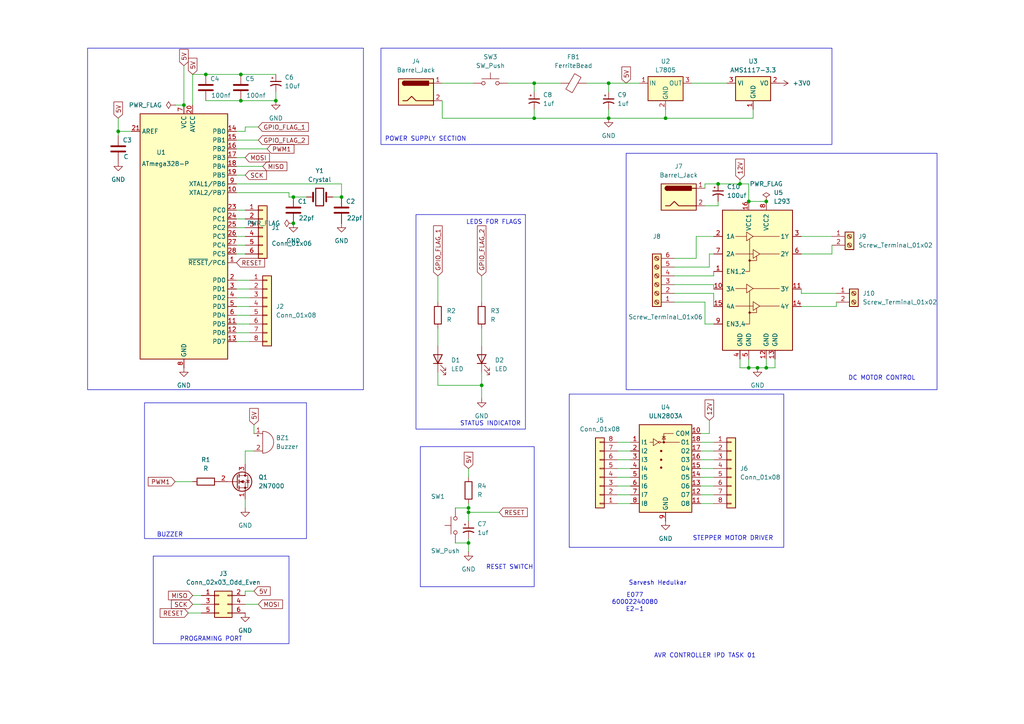
<source format=kicad_sch>
(kicad_sch (version 20250114) (generator "eeschema") (generator_version "9.0")
  (paper "A4")
  (lib_symbols
    (symbol "Connector:Barrel_Jack" (pin_names (offset 1.016))
      (property "Reference" "J" (at 0 5.334 0))
      (property "Value" "Barrel_Jack" (at 0 -5.08 0))
      (symbol "Barrel_Jack_1_1"
        (pin passive line (at 7.62 2.54 180) (length 2.54) (name "~") (number "1"))
        (pin passive line (at 7.62 -2.54 180) (length 2.54) (name "~") (number "2"))
      )
    )
    (symbol "Connector:Screw_Terminal_01x02" (pin_names (offset 1.016) (hide yes))
      (property "Reference" "J" (at 0 2.54 0))
      (property "Value" "Screw_Terminal_01x02" (at 0 -5.08 0))
      (symbol "Screw_Terminal_01x02_1_1"
        (pin passive line (at -5.08 0 0) (length 3.81) (name "Pin_1") (number "1"))
        (pin passive line (at -5.08 -2.54 0) (length 3.81) (name "Pin_2") (number "2"))
      )
    )
    (symbol "Connector:Screw_Terminal_01x06" (pin_names (offset 1.016) (hide yes))
      (property "Reference" "J" (at 0 7.62 0))
      (property "Value" "Screw_Terminal_01x06" (at 0 -10.16 0))
      (symbol "Screw_Terminal_01x06_1_1"
        (pin passive line (at -5.08 5.08 0) (length 3.81) (name "Pin_1") (number "1"))
        (pin passive line (at -5.08 2.54 0) (length 3.81) (name "Pin_2") (number "2"))
        (pin passive line (at -5.08 0 0) (length 3.81) (name "Pin_3") (number "3"))
        (pin passive line (at -5.08 -2.54 0) (length 3.81) (name "Pin_4") (number "4"))
        (pin passive line (at -5.08 -5.08 0) (length 3.81) (name "Pin_5") (number "5"))
        (pin passive line (at -5.08 -7.62 0) (length 3.81) (name "Pin_6") (number "6"))
      )
    )
    (symbol "Connector_Generic:Conn_01x06" (pin_names (offset 1.016) (hide yes))
      (property "Reference" "J" (at 0 7.62 0))
      (property "Value" "Conn_01x06" (at 0 -10.16 0))
      (symbol "Conn_01x06_1_1"
        (pin passive line (at -5.08 5.08 0) (length 3.81) (name "Pin_1") (number "1"))
        (pin passive line (at -5.08 2.54 0) (length 3.81) (name "Pin_2") (number "2"))
        (pin passive line (at -5.08 0 0) (length 3.81) (name "Pin_3") (number "3"))
        (pin passive line (at -5.08 -2.54 0) (length 3.81) (name "Pin_4") (number "4"))
        (pin passive line (at -5.08 -5.08 0) (length 3.81) (name "Pin_5") (number "5"))
        (pin passive line (at -5.08 -7.62 0) (length 3.81) (name "Pin_6") (number "6"))
      )
    )
    (symbol "Connector_Generic:Conn_01x08" (pin_names (offset 1.016) (hide yes))
      (property "Reference" "J" (at 0 10.16 0))
      (property "Value" "Conn_01x08" (at 0 -12.7 0))
      (symbol "Conn_01x08_1_1"
        (pin passive line (at -5.08 7.62 0) (length 3.81) (name "Pin_1") (number "1"))
        (pin passive line (at -5.08 5.08 0) (length 3.81) (name "Pin_2") (number "2"))
        (pin passive line (at -5.08 2.54 0) (length 3.81) (name "Pin_3") (number "3"))
        (pin passive line (at -5.08 0 0) (length 3.81) (name "Pin_4") (number "4"))
        (pin passive line (at -5.08 -2.54 0) (length 3.81) (name "Pin_5") (number "5"))
        (pin passive line (at -5.08 -5.08 0) (length 3.81) (name "Pin_6") (number "6"))
        (pin passive line (at -5.08 -7.62 0) (length 3.81) (name "Pin_7") (number "7"))
        (pin passive line (at -5.08 -10.16 0) (length 3.81) (name "Pin_8") (number "8"))
      )
    )
    (symbol "Connector_Generic:Conn_02x03_Odd_Even" (pin_names (offset 1.016) (hide yes))
      (property "Reference" "J" (at 1.27 5.08 0))
      (property "Value" "Conn_02x03_Odd_Even" (at 1.27 -5.08 0))
      (symbol "Conn_02x03_Odd_Even_1_1"
        (pin passive line (at -5.08 2.54 0) (length 3.81) (name "Pin_1") (number "1"))
        (pin passive line (at -5.08 0 0) (length 3.81) (name "Pin_3") (number "3"))
        (pin passive line (at -5.08 -2.54 0) (length 3.81) (name "Pin_5") (number "5"))
        (pin passive line (at 7.62 2.54 180) (length 3.81) (name "Pin_2") (number "2"))
        (pin passive line (at 7.62 0 180) (length 3.81) (name "Pin_4") (number "4"))
        (pin passive line (at 7.62 -2.54 180) (length 3.81) (name "Pin_6") (number "6"))
      )
    )
    (symbol "Device:Buzzer" (pin_names (offset 0.0254) (hide yes))
      (property "Reference" "BZ" (at 3.81 1.27 0))
      (property "Value" "Buzzer" (at 3.81 -1.27 0))
      (symbol "Buzzer_1_1"
        (pin passive line (at -2.54 2.54 0) (length 2.54) (name "+") (number "1"))
        (pin passive line (at -2.54 -2.54 0) (length 2.54) (name "-") (number "2"))
      )
    )
    (symbol "Device:C" (pin_numbers (hide yes)) (pin_names (offset 0.254))
      (property "Reference" "C" (at 0.635 2.54 0))
      (property "Value" "C" (at 0.635 -2.54 0))
      (symbol "C_1_1"
        (pin passive line (at 0 3.81 270) (length 2.794) (name "~") (number "1"))
        (pin passive line (at 0 -3.81 90) (length 2.794) (name "~") (number "2"))
      )
    )
    (symbol "Device:C_Polarized_Small_US" (pin_numbers (hide yes)) (pin_names (offset 0.254) (hide yes))
      (property "Reference" "C" (at 0.254 1.778 0))
      (property "Value" "C_Polarized_Small_US" (at 0.254 -2.032 0))
      (symbol "C_Polarized_Small_US_1_1"
        (pin passive line (at 0 2.54 270) (length 2.032) (name "~") (number "1"))
        (pin passive line (at 0 -2.54 90) (length 2.032) (name "~") (number "2"))
      )
    )
    (symbol "Device:Crystal" (pin_numbers (hide yes)) (pin_names (offset 1.016) (hide yes))
      (property "Reference" "Y" (at 0 3.81 0))
      (property "Value" "Crystal" (at 0 -3.81 0))
      (symbol "Crystal_1_1"
        (pin passive line (at -3.81 0 0) (length 1.27) (name "1") (number "1"))
        (pin passive line (at 3.81 0 180) (length 1.27) (name "2") (number "2"))
      )
    )
    (symbol "Device:FerriteBead" (pin_numbers (hide yes)) (pin_names (offset 0))
      (property "Reference" "FB" (at -3.81 0.635 90))
      (property "Value" "FerriteBead" (at 3.81 0 90))
      (symbol "FerriteBead_1_1"
        (pin passive line (at 0 3.81 270) (length 2.54) (name "~") (number "1"))
        (pin passive line (at 0 -3.81 90) (length 2.54) (name "~") (number "2"))
      )
    )
    (symbol "Device:LED" (pin_numbers (hide yes)) (pin_names (offset 1.016) (hide yes))
      (property "Reference" "D" (at 0 2.54 0))
      (property "Value" "LED" (at 0 -2.54 0))
      (symbol "LED_1_1"
        (pin passive line (at -3.81 0 0) (length 2.54) (name "K") (number "1"))
        (pin passive line (at 3.81 0 180) (length 2.54) (name "A") (number "2"))
      )
    )
    (symbol "Device:R" (pin_numbers (hide yes)) (pin_names (offset 0))
      (property "Reference" "R" (at 2.032 0 90))
      (property "Value" "R" (at 0 0 90))
      (symbol "R_1_1"
        (pin passive line (at 0 3.81 270) (length 1.27) (name "~") (number "1"))
        (pin passive line (at 0 -3.81 90) (length 1.27) (name "~") (number "2"))
      )
    )
    (symbol "Driver_Motor:L293" (pin_names (offset 1.016))
      (property "Reference" "U" (at -5.08 26.035 0))
      (property "Value" "L293" (at -5.08 24.13 0))
      (symbol "L293_1_1"
        (pin input line (at -12.7 15.24 0) (length 2.54) (name "1A") (number "2"))
        (pin input line (at -12.7 10.16 0) (length 2.54) (name "2A") (number "7"))
        (pin input line (at -12.7 5.08 0) (length 2.54) (name "EN1,2") (number "1"))
        (pin input line (at -12.7 0 0) (length 2.54) (name "3A") (number "10"))
        (pin input line (at -12.7 -5.08 0) (length 2.54) (name "4A") (number "15"))
        (pin input line (at -12.7 -10.16 0) (length 2.54) (name "EN3,4") (number "9"))
        (pin power_in line (at -5.08 -20.32 90) (length 2.54) (name "GND") (number "4"))
        (pin power_in line (at -2.54 25.4 270) (length 2.54) (name "VCC1") (number "16"))
        (pin power_in line (at -2.54 -20.32 90) (length 2.54) (name "GND") (number "5"))
        (pin power_in line (at 2.54 25.4 270) (length 2.54) (name "VCC2") (number "8"))
        (pin power_in line (at 2.54 -20.32 90) (length 2.54) (name "GND") (number "12"))
        (pin power_in line (at 5.08 -20.32 90) (length 2.54) (name "GND") (number "13"))
        (pin output line (at 12.7 15.24 180) (length 2.54) (name "1Y") (number "3"))
        (pin output line (at 12.7 10.16 180) (length 2.54) (name "2Y") (number "6"))
        (pin output line (at 12.7 0 180) (length 2.54) (name "3Y") (number "11"))
        (pin output line (at 12.7 -5.08 180) (length 2.54) (name "4Y") (number "14"))
      )
    )
    (symbol "MCU_Microchip_ATmega:ATmega328-P"
      (property "Reference" "U" (at -12.7 36.83 0))
      (property "Value" "ATmega328-P" (at 2.54 -36.83 0))
      (symbol "ATmega328-P_1_1"
        (pin passive line (at -15.24 30.48 0) (length 2.54) (name "AREF") (number "21"))
        (pin power_in line (at 0 38.1 270) (length 2.54) (name "VCC") (number "7"))
        (pin passive line (at 0 -38.1 90) (length 2.54) (hide yes) (name "GND") (number "22"))
        (pin power_in line (at 0 -38.1 90) (length 2.54) (name "GND") (number "8"))
        (pin power_in line (at 2.54 38.1 270) (length 2.54) (name "AVCC") (number "20"))
        (pin bidirectional line (at 15.24 30.48 180) (length 2.54) (name "PB0") (number "14"))
        (pin bidirectional line (at 15.24 27.94 180) (length 2.54) (name "PB1") (number "15"))
        (pin bidirectional line (at 15.24 25.4 180) (length 2.54) (name "PB2") (number "16"))
        (pin bidirectional line (at 15.24 22.86 180) (length 2.54) (name "PB3") (number "17"))
        (pin bidirectional line (at 15.24 20.32 180) (length 2.54) (name "PB4") (number "18"))
        (pin bidirectional line (at 15.24 17.78 180) (length 2.54) (name "PB5") (number "19"))
        (pin bidirectional line (at 15.24 15.24 180) (length 2.54) (name "XTAL1/PB6") (number "9"))
        (pin bidirectional line (at 15.24 12.7 180) (length 2.54) (name "XTAL2/PB7") (number "10"))
        (pin bidirectional line (at 15.24 7.62 180) (length 2.54) (name "PC0") (number "23"))
        (pin bidirectional line (at 15.24 5.08 180) (length 2.54) (name "PC1") (number "24"))
        (pin bidirectional line (at 15.24 2.54 180) (length 2.54) (name "PC2") (number "25"))
        (pin bidirectional line (at 15.24 0 180) (length 2.54) (name "PC3") (number "26"))
        (pin bidirectional line (at 15.24 -2.54 180) (length 2.54) (name "PC4") (number "27"))
        (pin bidirectional line (at 15.24 -5.08 180) (length 2.54) (name "PC5") (number "28"))
        (pin bidirectional line (at 15.24 -7.62 180) (length 2.54) (name "~{RESET}/PC6") (number "1"))
        (pin bidirectional line (at 15.24 -12.7 180) (length 2.54) (name "PD0") (number "2"))
        (pin bidirectional line (at 15.24 -15.24 180) (length 2.54) (name "PD1") (number "3"))
        (pin bidirectional line (at 15.24 -17.78 180) (length 2.54) (name "PD2") (number "4"))
        (pin bidirectional line (at 15.24 -20.32 180) (length 2.54) (name "PD3") (number "5"))
        (pin bidirectional line (at 15.24 -22.86 180) (length 2.54) (name "PD4") (number "6"))
        (pin bidirectional line (at 15.24 -25.4 180) (length 2.54) (name "PD5") (number "11"))
        (pin bidirectional line (at 15.24 -27.94 180) (length 2.54) (name "PD6") (number "12"))
        (pin bidirectional line (at 15.24 -30.48 180) (length 2.54) (name "PD7") (number "13"))
      )
    )
    (symbol "Regulator_Linear:AMS1117-3.3"
      (property "Reference" "U" (at -3.81 3.175 0))
      (property "Value" "AMS1117-3.3" (at 0 3.175 0))
      (symbol "AMS1117-3.3_1_1"
        (pin power_in line (at -7.62 0 0) (length 2.54) (name "VI") (number "3"))
        (pin power_in line (at 0 -7.62 90) (length 2.54) (name "GND") (number "1"))
        (pin power_out line (at 7.62 0 180) (length 2.54) (name "VO") (number "2"))
      )
    )
    (symbol "Regulator_Linear:L7805" (pin_names (offset 0.254))
      (property "Reference" "U" (at -3.81 3.175 0))
      (property "Value" "L7805" (at 0 3.175 0))
      (symbol "L7805_1_1"
        (pin power_in line (at -7.62 0 0) (length 2.54) (name "IN") (number "1"))
        (pin power_in line (at 0 -7.62 90) (length 2.54) (name "GND") (number "2"))
        (pin power_out line (at 7.62 0 180) (length 2.54) (name "OUT") (number "3"))
      )
    )
    (symbol "Switch:SW_Push" (pin_numbers (hide yes)) (pin_names (offset 1.016) (hide yes))
      (property "Reference" "SW" (at 1.27 2.54 0))
      (property "Value" "SW_Push" (at 0 -1.524 0))
      (symbol "SW_Push_0_1"
        (pin passive line (at -5.08 0 0) (length 2.54) (name "1") (number "1"))
        (pin passive line (at 5.08 0 180) (length 2.54) (name "2") (number "2"))
      )
    )
    (symbol "Transistor_Array:ULN2803A"
      (property "Reference" "U" (at 0 13.335 0))
      (property "Value" "ULN2803A" (at 0 11.43 0))
      (symbol "ULN2803A_1_1"
        (pin input line (at -10.16 5.08 0) (length 2.54) (name "I1") (number "1"))
        (pin input line (at -10.16 2.54 0) (length 2.54) (name "I2") (number "2"))
        (pin input line (at -10.16 0 0) (length 2.54) (name "I3") (number "3"))
        (pin input line (at -10.16 -2.54 0) (length 2.54) (name "I4") (number "4"))
        (pin input line (at -10.16 -5.08 0) (length 2.54) (name "I5") (number "5"))
        (pin input line (at -10.16 -7.62 0) (length 2.54) (name "I6") (number "6"))
        (pin input line (at -10.16 -10.16 0) (length 2.54) (name "I7") (number "7"))
        (pin input line (at -10.16 -12.7 0) (length 2.54) (name "I8") (number "8"))
        (pin power_in line (at 0 -17.78 90) (length 2.54) (name "GND") (number "9"))
        (pin passive line (at 10.16 7.62 180) (length 2.54) (name "COM") (number "10"))
        (pin open_collector line (at 10.16 5.08 180) (length 2.54) (name "O1") (number "18"))
        (pin open_collector line (at 10.16 2.54 180) (length 2.54) (name "O2") (number "17"))
        (pin open_collector line (at 10.16 0 180) (length 2.54) (name "O3") (number "16"))
        (pin open_collector line (at 10.16 -2.54 180) (length 2.54) (name "O4") (number "15"))
        (pin open_collector line (at 10.16 -5.08 180) (length 2.54) (name "O5") (number "14"))
        (pin open_collector line (at 10.16 -7.62 180) (length 2.54) (name "O6") (number "13"))
        (pin open_collector line (at 10.16 -10.16 180) (length 2.54) (name "O7") (number "12"))
        (pin open_collector line (at 10.16 -12.7 180) (length 2.54) (name "O8") (number "11"))
      )
    )
    (symbol "Transistor_FET:2N7000" (pin_names (hide yes))
      (property "Reference" "Q" (at 5.08 1.905 0))
      (property "Value" "2N7000" (at 5.08 0 0))
      (symbol "2N7000_1_1"
        (pin input line (at -5.08 0 0) (length 2.54) (name "G") (number "2"))
        (pin passive line (at 2.54 5.08 270) (length 2.54) (name "D") (number "3"))
        (pin passive line (at 2.54 -5.08 90) (length 2.54) (name "S") (number "1"))
      )
    )
    (symbol "power:+3V0" (power) (pin_numbers (hide yes)) (pin_names (offset 0) (hide yes))
      (property "Value" "+3V0" (at 0 3.556 0))
      (symbol "+3V0_1_1"
        (pin power_in line (at 0 0 90) (length 0) (name "~") (number "1"))
      )
    )
    (symbol "power:GND" (power) (pin_numbers (hide yes)) (pin_names (offset 0) (hide yes))
      (property "Value" "GND" (at 0 -3.81 0))
      (symbol "GND_1_1"
        (pin power_in line (at 0 0 270) (length 0) (name "~") (number "1"))
      )
    )
    (symbol "power:PWR_FLAG" (power) (pin_numbers (hide yes)) (pin_names (offset 0) (hide yes))
      (property "Value" "PWR_FLAG" (at 0 3.81 0))
      (symbol "PWR_FLAG_0_0"
        (pin power_out line (at 0 0 90) (length 0) (name "~") (number "1"))
      )
    )
  )
  (rectangle (start 121.92 129.54) (end 154.94 170.18))
  (rectangle (start 41.91 116.84) (end 88.9 156.21))
  (rectangle (start 165.1 114.3) (end 227.33 158.75))
  (rectangle (start 120.65 62.23) (end 152.4 124.46))
  (rectangle (start 25.4 13.97) (end 105.41 113.03))
  (rectangle (start 110.49 13.97) (end 241.3 41.91))
  (rectangle (start 44.45 161.29) (end 83.82 186.69))
  (rectangle (start 181.61 44.45) (end 271.78 113.03))
  (text "PROGRAMING PORT\n" (at 61.214 185.42 0) (effects (font (size 1.27 1.27))))
  (text "DC MOTOR CONTROL\n" (at 255.778 109.728 0) (effects (font (size 1.27 1.27))))
  (text "BUZZER\n" (at 49.276 155.194 0) (effects (font (size 1.27 1.27))))
  (text "AVR CONTROLLER IPD TASK 01\n" (at 204.47 190.246 0) (effects (font (size 1.27 1.27))))
  (text "RESET SWITCH\n" (at 147.828 164.592 0) (effects (font (size 1.27 1.27))))
  (text "STEPPER MOTOR DRIVER\n" (at 212.598 156.21 0) (effects (font (size 1.27 1.27))))
  (text "STATUS INDICATOR\n" (at 142.24 122.936 0) (effects (font (size 1.27 1.27))))
  (text "POWER SUPPLY SECTION\n" (at 123.444 40.386 0) (effects (font (size 1.27 1.27))))
  (text "LEDS FOR FLAGS\n" (at 143.256 64.516 0) (effects (font (size 1.27 1.27))))
  (text "Sarvesh Hedulkar" (at 190.754 169.164 0) (effects (font (size 1.27 1.27))))
  (text "E077\n60002240080\nE2-1" (at 184.15 174.752 0) (effects (font (size 1.27 1.27))))
  (junction (at 34.29 38.1))
  (junction (at 53.34 30.48))
  (junction (at 99.06 57.15))
  (junction (at 80.01 29.21))
  (junction (at 176.53 24.13))
  (junction (at 222.25 106.68))
  (junction (at 135.89 147.32))
  (junction (at 193.04 34.29))
  (junction (at 69.85 21.59))
  (junction (at 59.69 21.59))
  (junction (at 85.09 64.77))
  (junction (at 217.17 58.42))
  (junction (at 222.25 58.42))
  (junction (at 214.63 53.34))
  (junction (at 154.94 34.29))
  (junction (at 217.17 106.68))
  (junction (at 139.7 111.76))
  (junction (at 69.85 29.21))
  (junction (at 176.53 34.29))
  (junction (at 135.89 157.48))
  (junction (at 135.89 148.59))
  (junction (at 219.71 106.68))
  (junction (at 85.09 57.15))
  (junction (at 154.94 24.13))
  (junction (at 208.28 53.34))
  (wire (pts (xy 135.89 148.59) (xy 135.89 151.13)))
  (wire (pts (xy 71.12 50.8) (xy 68.58 50.8)))
  (wire (pts (xy 154.94 31.75) (xy 154.94 34.29)))
  (wire (pts (xy 207.01 138.43) (xy 203.2 138.43)))
  (wire (pts (xy 201.93 74.93) (xy 195.58 74.93)))
  (wire (pts (xy 69.85 21.59) (xy 80.01 21.59)))
  (wire (pts (xy 154.94 24.13) (xy 154.94 26.67)))
  (wire (pts (xy 83.82 55.88) (xy 68.58 55.88)))
  (wire (pts (xy 132.08 147.32) (xy 135.89 147.32)))
  (wire (pts (xy 218.44 34.29) (xy 218.44 31.75)))
  (wire (pts (xy 128.27 34.29) (xy 154.94 34.29)))
  (wire (pts (xy 179.07 135.89) (xy 182.88 135.89)))
  (wire (pts (xy 207.01 143.51) (xy 203.2 143.51)))
  (wire (pts (xy 72.39 86.36) (xy 68.58 86.36)))
  (wire (pts (xy 50.8 30.48) (xy 53.34 30.48)))
  (wire (pts (xy 54.61 177.8) (xy 58.42 177.8)))
  (wire (pts (xy 195.58 85.09) (xy 207.01 85.09)))
  (wire (pts (xy 135.89 156.21) (xy 135.89 157.48)))
  (wire (pts (xy 193.04 31.75) (xy 193.04 34.29)))
  (wire (pts (xy 139.7 107.95) (xy 139.7 111.76)))
  (wire (pts (xy 71.12 130.81) (xy 71.12 134.62)))
  (wire (pts (xy 55.88 21.59) (xy 59.69 21.59)))
  (wire (pts (xy 207.01 128.27) (xy 203.2 128.27)))
  (wire (pts (xy 232.41 85.09) (xy 232.41 83.82)))
  (wire (pts (xy 135.89 146.05) (xy 135.89 147.32)))
  (wire (pts (xy 241.3 73.66) (xy 241.3 71.12)))
  (wire (pts (xy 38.1 38.1) (xy 34.29 38.1)))
  (wire (pts (xy 74.93 36.83) (xy 71.12 36.83)))
  (wire (pts (xy 135.89 147.32) (xy 135.89 148.59)))
  (wire (pts (xy 73.66 171.45) (xy 71.12 171.45)))
  (wire (pts (xy 232.41 88.9) (xy 242.57 88.9)))
  (wire (pts (xy 55.88 172.72) (xy 58.42 172.72)))
  (wire (pts (xy 74.93 40.64) (xy 68.58 40.64)))
  (wire (pts (xy 53.34 19.05) (xy 53.34 30.48)))
  (wire (pts (xy 179.07 143.51) (xy 182.88 143.51)))
  (wire (pts (xy 34.29 34.29) (xy 34.29 38.1)))
  (wire (pts (xy 207.01 135.89) (xy 203.2 135.89)))
  (wire (pts (xy 99.06 53.34) (xy 68.58 53.34)))
  (wire (pts (xy 72.39 88.9) (xy 68.58 88.9)))
  (wire (pts (xy 96.52 57.15) (xy 99.06 57.15)))
  (wire (pts (xy 72.39 83.82) (xy 68.58 83.82)))
  (wire (pts (xy 71.12 68.58) (xy 68.58 68.58)))
  (wire (pts (xy 127 107.95) (xy 127 111.76)))
  (wire (pts (xy 135.89 135.89) (xy 135.89 138.43)))
  (wire (pts (xy 176.53 31.75) (xy 176.53 34.29)))
  (wire (pts (xy 127 95.25) (xy 127 100.33)))
  (wire (pts (xy 72.39 91.44) (xy 68.58 91.44)))
  (wire (pts (xy 207.01 133.35) (xy 203.2 133.35)))
  (wire (pts (xy 80.01 26.67) (xy 80.01 29.21)))
  (wire (pts (xy 128.27 24.13) (xy 137.16 24.13)))
  (wire (pts (xy 200.66 24.13) (xy 210.82 24.13)))
  (wire (pts (xy 217.17 104.14) (xy 217.17 106.68)))
  (wire (pts (xy 179.07 138.43) (xy 182.88 138.43)))
  (wire (pts (xy 68.58 48.26) (xy 76.2 48.26)))
  (wire (pts (xy 132.08 157.48) (xy 135.89 157.48)))
  (wire (pts (xy 217.17 106.68) (xy 219.71 106.68)))
  (wire (pts (xy 71.12 66.04) (xy 68.58 66.04)))
  (wire (pts (xy 176.53 34.29) (xy 193.04 34.29)))
  (wire (pts (xy 205.74 125.73) (xy 205.74 121.92)))
  (wire (pts (xy 73.66 123.19) (xy 73.66 125.73)))
  (wire (pts (xy 208.28 58.42) (xy 208.28 59.69)))
  (wire (pts (xy 176.53 24.13) (xy 185.42 24.13)))
  (wire (pts (xy 193.04 34.29) (xy 218.44 34.29)))
  (wire (pts (xy 217.17 58.42) (xy 222.25 58.42)))
  (wire (pts (xy 204.47 53.34) (xy 208.28 53.34)))
  (wire (pts (xy 71.12 130.81) (xy 73.66 130.81)))
  (wire (pts (xy 55.88 175.26) (xy 58.42 175.26)))
  (wire (pts (xy 195.58 77.47) (xy 205.74 77.47)))
  (wire (pts (xy 154.94 24.13) (xy 162.56 24.13)))
  (wire (pts (xy 83.82 57.15) (xy 85.09 57.15)))
  (wire (pts (xy 71.12 36.83) (xy 71.12 38.1)))
  (wire (pts (xy 59.69 29.21) (xy 69.85 29.21)))
  (wire (pts (xy 69.85 29.21) (xy 80.01 29.21)))
  (wire (pts (xy 71.12 171.45) (xy 71.12 172.72)))
  (wire (pts (xy 71.12 73.66) (xy 68.58 73.66)))
  (wire (pts (xy 242.57 85.09) (xy 232.41 85.09)))
  (wire (pts (xy 204.47 54.61) (xy 204.47 53.34)))
  (wire (pts (xy 207.01 68.58) (xy 201.93 68.58)))
  (wire (pts (xy 219.71 106.68) (xy 222.25 106.68)))
  (wire (pts (xy 154.94 34.29) (xy 176.53 34.29)))
  (wire (pts (xy 207.01 130.81) (xy 203.2 130.81)))
  (wire (pts (xy 139.7 95.25) (xy 139.7 100.33)))
  (wire (pts (xy 205.74 77.47) (xy 205.74 73.66)))
  (wire (pts (xy 204.47 93.98) (xy 207.01 93.98)))
  (wire (pts (xy 72.39 81.28) (xy 68.58 81.28)))
  (wire (pts (xy 71.12 45.72) (xy 68.58 45.72)))
  (wire (pts (xy 208.28 53.34) (xy 214.63 53.34)))
  (wire (pts (xy 77.47 43.18) (xy 68.58 43.18)))
  (wire (pts (xy 72.39 93.98) (xy 68.58 93.98)))
  (wire (pts (xy 207.01 82.55) (xy 207.01 83.82)))
  (wire (pts (xy 179.07 146.05) (xy 182.88 146.05)))
  (wire (pts (xy 195.58 80.01) (xy 207.01 80.01)))
  (wire (pts (xy 72.39 96.52) (xy 68.58 96.52)))
  (wire (pts (xy 71.12 38.1) (xy 68.58 38.1)))
  (wire (pts (xy 55.88 21.59) (xy 55.88 30.48)))
  (wire (pts (xy 147.32 24.13) (xy 154.94 24.13)))
  (wire (pts (xy 50.8 139.7) (xy 55.88 139.7)))
  (wire (pts (xy 203.2 125.73) (xy 205.74 125.73)))
  (wire (pts (xy 179.07 133.35) (xy 182.88 133.35)))
  (wire (pts (xy 195.58 87.63) (xy 204.47 87.63)))
  (wire (pts (xy 214.63 52.07) (xy 214.63 53.34)))
  (wire (pts (xy 224.79 104.14) (xy 224.79 106.68)))
  (wire (pts (xy 207.01 140.97) (xy 203.2 140.97)))
  (wire (pts (xy 71.12 60.96) (xy 68.58 60.96)))
  (wire (pts (xy 232.41 73.66) (xy 241.3 73.66)))
  (wire (pts (xy 34.29 38.1) (xy 34.29 39.37)))
  (wire (pts (xy 85.09 57.15) (xy 88.9 57.15)))
  (wire (pts (xy 207.01 85.09) (xy 207.01 88.9)))
  (wire (pts (xy 222.25 104.14) (xy 222.25 106.68)))
  (wire (pts (xy 170.18 24.13) (xy 176.53 24.13)))
  (wire (pts (xy 71.12 147.32) (xy 71.12 144.78)))
  (wire (pts (xy 204.47 87.63) (xy 204.47 93.98)))
  (wire (pts (xy 127 80.01) (xy 127 87.63)))
  (wire (pts (xy 232.41 68.58) (xy 241.3 68.58)))
  (wire (pts (xy 179.07 140.97) (xy 182.88 140.97)))
  (wire (pts (xy 99.06 57.15) (xy 99.06 53.34)))
  (wire (pts (xy 201.93 68.58) (xy 201.93 74.93)))
  (wire (pts (xy 179.07 130.81) (xy 182.88 130.81)))
  (wire (pts (xy 205.74 73.66) (xy 207.01 73.66)))
  (wire (pts (xy 207.01 146.05) (xy 203.2 146.05)))
  (wire (pts (xy 207.01 80.01) (xy 207.01 78.74)))
  (wire (pts (xy 139.7 80.01) (xy 139.7 87.63)))
  (wire (pts (xy 214.63 104.14) (xy 214.63 106.68)))
  (wire (pts (xy 176.53 24.13) (xy 176.53 26.67)))
  (wire (pts (xy 127 111.76) (xy 139.7 111.76)))
  (wire (pts (xy 139.7 111.76) (xy 139.7 115.57)))
  (wire (pts (xy 72.39 99.06) (xy 68.58 99.06)))
  (wire (pts (xy 242.57 88.9) (xy 242.57 87.63)))
  (wire (pts (xy 204.47 59.69) (xy 208.28 59.69)))
  (wire (pts (xy 224.79 106.68) (xy 222.25 106.68)))
  (wire (pts (xy 74.93 175.26) (xy 71.12 175.26)))
  (wire (pts (xy 71.12 71.12) (xy 68.58 71.12)))
  (wire (pts (xy 135.89 148.59) (xy 144.78 148.59)))
  (wire (pts (xy 179.07 128.27) (xy 182.88 128.27)))
  (wire (pts (xy 83.82 57.15) (xy 83.82 55.88)))
  (wire (pts (xy 59.69 21.59) (xy 69.85 21.59)))
  (wire (pts (xy 71.12 63.5) (xy 68.58 63.5)))
  (wire (pts (xy 128.27 29.21) (xy 128.27 34.29)))
  (wire (pts (xy 135.89 157.48) (xy 135.89 160.02)))
  (wire (pts (xy 217.17 53.34) (xy 217.17 58.42)))
  (wire (pts (xy 214.63 106.68) (xy 217.17 106.68)))
  (wire (pts (xy 195.58 82.55) (xy 207.01 82.55)))
  (wire (pts (xy 214.63 53.34) (xy 217.17 53.34)))
  (global_label "PWM1" (shape input) (at 50.8 139.7 180) (property "Intersheetrefs" "${INTERSHEET_REFS}" (effects (hide yes))))
  (global_label "MOSI" (shape input) (at 71.12 45.72 0) (property "Intersheetrefs" "${INTERSHEET_REFS}" (effects (hide yes))))
  (global_label "MISO" (shape input) (at 76.2 48.26 0) (property "Intersheetrefs" "${INTERSHEET_REFS}" (effects (hide yes))))
  (global_label "PWM1" (shape input) (at 77.47 43.18 0) (property "Intersheetrefs" "${INTERSHEET_REFS}" (effects (hide yes))))
  (global_label "GPIO_FLAG_1" (shape input) (at 74.93 36.83 0) (property "Intersheetrefs" "${INTERSHEET_REFS}" (effects (hide yes))))
  (global_label "RESET" (shape input) (at 144.78 148.59 0) (property "Intersheetrefs" "${INTERSHEET_REFS}" (effects (hide yes))))
  (global_label "5V" (shape input) (at 34.29 34.29 90) (property "Intersheetrefs" "${INTERSHEET_REFS}" (effects (hide yes))))
  (global_label "SCK" (shape input) (at 55.88 175.26 180) (property "Intersheetrefs" "${INTERSHEET_REFS}" (effects (hide yes))))
  (global_label "GPIO_FLAG_2" (shape input) (at 139.7 80.01 90) (property "Intersheetrefs" "${INTERSHEET_REFS}" (effects (hide yes))))
  (global_label "MOSI" (shape input) (at 74.93 175.26 0) (property "Intersheetrefs" "${INTERSHEET_REFS}" (effects (hide yes))))
  (global_label "RESET" (shape input) (at 54.61 177.8 180) (property "Intersheetrefs" "${INTERSHEET_REFS}" (effects (hide yes))))
  (global_label "RESET" (shape input) (at 68.58 76.2 0) (property "Intersheetrefs" "${INTERSHEET_REFS}" (effects (hide yes))))
  (global_label "GPIO_FLAG_2" (shape input) (at 74.93 40.64 0) (property "Intersheetrefs" "${INTERSHEET_REFS}" (effects (hide yes))))
  (global_label "5V" (shape input) (at 181.61 24.13 90) (property "Intersheetrefs" "${INTERSHEET_REFS}" (effects (hide yes))))
  (global_label "5V" (shape input) (at 53.34 19.05 90) (property "Intersheetrefs" "${INTERSHEET_REFS}" (effects (hide yes))))
  (global_label "5V" (shape input) (at 73.66 123.19 90) (property "Intersheetrefs" "${INTERSHEET_REFS}" (effects (hide yes))))
  (global_label "5V" (shape input) (at 73.66 171.45 0) (property "Intersheetrefs" "${INTERSHEET_REFS}" (effects (hide yes))))
  (global_label "MISO" (shape input) (at 55.88 172.72 180) (property "Intersheetrefs" "${INTERSHEET_REFS}" (effects (hide yes))))
  (global_label "SCK" (shape input) (at 71.12 50.8 0) (property "Intersheetrefs" "${INTERSHEET_REFS}" (effects (hide yes))))
  (global_label "12V" (shape input) (at 214.63 52.07 90) (property "Intersheetrefs" "${INTERSHEET_REFS}" (effects (hide yes))))
  (global_label "12V" (shape input) (at 205.74 121.92 90) (property "Intersheetrefs" "${INTERSHEET_REFS}" (effects (hide yes))))
  (global_label "5V" (shape input) (at 55.88 21.59 90) (property "Intersheetrefs" "${INTERSHEET_REFS}" (effects (hide yes))))
  (global_label "5V" (shape input) (at 135.89 135.89 90) (property "Intersheetrefs" "${INTERSHEET_REFS}" (effects (hide yes))))
  (global_label "GPIO_FLAG_1" (shape input) (at 127 80.01 90) (property "Intersheetrefs" "${INTERSHEET_REFS}" (effects (hide yes))))
  (symbol (lib_id "Device:C") (at 34.29 43.18 0) (unit 1)
    (property "Reference" "C3" (at 35.56 40.64 0) (effects (justify left)))
    (property "Value" "C" (at 35.814 45.466 0) (effects (justify left)))
    (property "Footprint" "Capacitor_THT:C_Disc_D5.0mm_W2.5mm_P5.00mm" (effects (hide yes)))
    (property "Description" "Unpolarized capacitor" (effects (hide yes)))
  )
  (symbol (lib_id "Device:C_Polarized_Small_US") (at 80.01 24.13 0) (unit 1)
    (property "Reference" "C6" (at 82.55 22.4281 0) (effects (justify left)))
    (property "Value" "10uf" (at 82.55 24.9681 0) (effects (justify left)))
    (property "Footprint" "Capacitor_THT:CP_Radial_D5.0mm_P2.50mm" (effects (hide yes)))
    (property "Description" "Polarized capacitor, small US symbol" (effects (hide yes)))
  )
  (symbol (lib_id "power:GND") (at 71.12 177.8 0) (unit 1)
    (property "Reference" "#PWR05" (effects (hide yes)))
    (property "Value" "GND" (at 71.12 182.88 0))
    (property "Description" "Power symbol creates a global label with name \"GND\" , ground" (effects (hide yes)))
  )
  (symbol (lib_id "power:GND") (at 34.29 46.99 0) (unit 1)
    (property "Reference" "#PWR04" (effects (hide yes)))
    (property "Value" "GND" (at 34.29 52.07 0))
    (property "Description" "Power symbol creates a global label with name \"GND\" , ground" (effects (hide yes)))
  )
  (symbol (lib_id "power:PWR_FLAG") (at 50.8 30.48 90) (unit 1)
    (property "Reference" "#FLG01" (effects (hide yes)))
    (property "Value" "PWR_FLAG" (at 46.99 30.4799 90) (effects (justify left)))
    (property "Description" "Special symbol for telling ERC where power comes from" (effects (hide yes)))
  )
  (symbol (lib_id "Connector_Generic:Conn_01x08") (at 77.47 88.9 0) (unit 1)
    (property "Reference" "J2" (at 80.01 88.8999 0) (effects (justify left)))
    (property "Value" "Conn_01x08" (at 80.01 91.4399 0) (effects (justify left)))
    (property "Footprint" "Connector_PinHeader_2.54mm:PinHeader_1x08_P2.54mm_Vertical" (effects (hide yes)))
    (property "Description" "Generic connector, single row, 01x08, script generated (kicad-library-utils/schlib/autogen/connector/)" (effects (hide yes)))
  )
  (symbol (lib_id "power:GND") (at 99.06 64.77 0) (unit 1)
    (property "Reference" "#PWR013" (effects (hide yes)))
    (property "Value" "GND" (at 99.06 69.85 0))
    (property "Description" "Power symbol creates a global label with name \"GND\" , ground" (effects (hide yes)))
  )
  (symbol (lib_id "Transistor_FET:2N7000") (at 68.58 139.7 0) (unit 1)
    (property "Reference" "Q1" (at 74.93 138.4299 0) (effects (justify left)))
    (property "Value" "2N7000" (at 74.93 140.9699 0) (effects (justify left)))
    (property "Footprint" "Package_TO_SOT_THT:TO-92_Inline" (effects (hide yes)))
    (property "Datasheet" "https://www.vishay.com/docs/70226/70226.pdf" (effects (hide yes)))
    (property "Description" "0.2A Id, 200V Vds, N-Channel MOSFET, 2.6V Logic Level, TO-92" (effects (hide yes)))
  )
  (symbol (lib_id "power:GND") (at 53.34 106.68 0) (unit 1)
    (property "Reference" "#PWR02" (effects (hide yes)))
    (property "Value" "GND" (at 53.34 111.76 0))
    (property "Description" "Power symbol creates a global label with name \"GND\" , ground" (effects (hide yes)))
  )
  (symbol (lib_id "power:GND") (at 80.01 29.21 0) (unit 1)
    (property "Reference" "#PWR03" (effects (hide yes)))
    (property "Value" "GND" (at 80.01 34.29 0))
    (property "Description" "Power symbol creates a global label with name \"GND\" , ground" (effects (hide yes)))
  )
  (symbol (lib_id "Device:Buzzer") (at 76.2 128.27 0) (unit 1)
    (property "Reference" "BZ1" (at 80.01 126.9999 0) (effects (justify left)))
    (property "Value" "Buzzer" (at 80.01 129.5399 0) (effects (justify left)))
    (property "Footprint" "Connector_PinHeader_2.54mm:PinHeader_1x02_P2.54mm_Vertical" (effects (hide yes)))
    (property "Description" "Buzzer, polarized" (effects (hide yes)))
  )
  (symbol (lib_id "power:GND") (at 193.04 151.13 0) (unit 1)
    (property "Reference" "#PWR010" (effects (hide yes)))
    (property "Value" "GND" (at 193.04 156.21 0))
    (property "Description" "Power symbol creates a global label with name \"GND\" , ground" (effects (hide yes)))
  )
  (symbol (lib_id "power:GND") (at 85.09 64.77 0) (unit 1)
    (property "Reference" "#PWR01" (effects (hide yes)))
    (property "Value" "GND" (at 85.09 69.85 0))
    (property "Description" "Power symbol creates a global label with name \"GND\" , ground" (effects (hide yes)))
  )
  (symbol (lib_id "power:GND") (at 71.12 147.32 0) (unit 1)
    (property "Reference" "#PWR06" (effects (hide yes)))
    (property "Value" "GND" (at 71.12 152.4 0))
    (property "Description" "Power symbol creates a global label with name \"GND\" , ground" (effects (hide yes)))
  )
  (symbol (lib_id "Transistor_Array:ULN2803A") (at 193.04 133.35 0) (unit 1)
    (property "Reference" "U4" (at 193.04 118.11 0))
    (property "Value" "ULN2803A" (at 193.04 120.65 0))
    (property "Footprint" "Package_DIP:DIP-18_W7.62mm" (effects (hide yes)))
    (property "Datasheet" "http://www.ti.com/lit/ds/symlink/uln2803a.pdf" (effects (hide yes)))
    (property "Description" "Darlington Transistor Arrays, SOIC18/DIP18" (effects (hide yes)))
  )
  (symbol (lib_id "Device:R") (at 139.7 91.44 0) (unit 1)
    (property "Reference" "R3" (at 142.24 90.1699 0) (effects (justify left)))
    (property "Value" "R" (at 142.24 92.7099 0) (effects (justify left)))
    (property "Footprint" "Resistor_THT:R_Axial_DIN0207_L6.3mm_D2.5mm_P15.24mm_Horizontal" (effects (hide yes)))
    (property "Description" "Resistor" (effects (hide yes)))
  )
  (symbol (lib_id "Connector:Screw_Terminal_01x02") (at 247.65 85.09 0) (unit 1)
    (property "Reference" "J10" (at 250.19 85.0899 0) (effects (justify left)))
    (property "Value" "Screw_Terminal_01x02" (at 250.19 87.6299 0) (effects (justify left)))
    (property "Footprint" "Connector_PinHeader_2.54mm:PinHeader_1x02_P2.54mm_Vertical" (effects (hide yes)))
    (property "Description" "Generic screw terminal, single row, 01x02, script generated (kicad-library-utils/schlib/autogen/connector/)" (effects (hide yes)))
  )
  (symbol (lib_id "Connector:Screw_Terminal_01x06") (at 190.5 82.55 180) (unit 1)
    (property "Reference" "J8" (at 190.5 68.58 0))
    (property "Value" "Screw_Terminal_01x06" (at 193.04 91.948 0))
    (property "Footprint" "Connector_PinHeader_2.54mm:PinHeader_1x06_P2.54mm_Vertical" (effects (hide yes)))
    (property "Description" "Generic screw terminal, single row, 01x06, script generated (kicad-library-utils/schlib/autogen/connector/)" (effects (hide yes)))
  )
  (symbol (lib_id "Device:R") (at 135.89 142.24 0) (unit 1)
    (property "Reference" "R4" (at 138.43 140.9699 0) (effects (justify left)))
    (property "Value" "R" (at 138.43 143.5099 0) (effects (justify left)))
    (property "Footprint" "Resistor_THT:R_Axial_DIN0207_L6.3mm_D2.5mm_P15.24mm_Horizontal" (effects (hide yes)))
    (property "Description" "Resistor" (effects (hide yes)))
  )
  (symbol (lib_id "Device:FerriteBead") (at 166.37 24.13 90) (unit 1)
    (property "Reference" "FB1" (at 166.3192 16.51 90))
    (property "Value" "FerriteBead" (at 166.3192 19.05 90))
    (property "Footprint" "Resistor_THT:R_Axial_DIN0207_L6.3mm_D2.5mm_P7.62mm_Horizontal" (effects (hide yes)))
    (property "Description" "Ferrite bead" (effects (hide yes)))
  )
  (symbol (lib_id "Device:C") (at 85.09 60.96 0) (unit 1)
    (property "Reference" "C1" (at 86.36 58.42 0) (effects (justify left)))
    (property "Value" "22pf" (at 86.614 63.246 0) (effects (justify left)))
    (property "Footprint" "Capacitor_THT:C_Disc_D5.0mm_W2.5mm_P5.00mm" (effects (hide yes)))
    (property "Description" "Unpolarized capacitor" (effects (hide yes)))
  )
  (symbol (lib_id "Device:R") (at 127 91.44 0) (unit 1)
    (property "Reference" "R2" (at 129.54 90.1699 0) (effects (justify left)))
    (property "Value" "R" (at 129.54 92.7099 0) (effects (justify left)))
    (property "Footprint" "Resistor_THT:R_Axial_DIN0207_L6.3mm_D2.5mm_P15.24mm_Horizontal" (effects (hide yes)))
    (property "Description" "Resistor" (effects (hide yes)))
  )
  (symbol (lib_id "Device:Crystal") (at 92.71 57.15 0) (unit 1)
    (property "Reference" "Y1" (at 92.71 49.53 0))
    (property "Value" "Crystal" (at 92.71 52.07 0))
    (property "Footprint" "Crystal:Crystal_HC49-U_Vertical" (effects (hide yes)))
    (property "Description" "Two pin crystal" (effects (hide yes)))
  )
  (symbol (lib_id "Connector:Screw_Terminal_01x02") (at 246.38 68.58 0) (unit 1)
    (property "Reference" "J9" (at 248.92 68.5799 0) (effects (justify left)))
    (property "Value" "Screw_Terminal_01x02" (at 248.92 71.1199 0) (effects (justify left)))
    (property "Footprint" "Connector_PinHeader_2.54mm:PinHeader_1x02_P2.54mm_Vertical" (effects (hide yes)))
    (property "Description" "Generic screw terminal, single row, 01x02, script generated (kicad-library-utils/schlib/autogen/connector/)" (effects (hide yes)))
  )
  (symbol (lib_id "power:GND") (at 139.7 115.57 0) (unit 1)
    (property "Reference" "#PWR07" (effects (hide yes)))
    (property "Value" "GND" (at 139.7 120.65 0))
    (property "Description" "Power symbol creates a global label with name \"GND\" , ground" (effects (hide yes)))
  )
  (symbol (lib_id "Device:LED") (at 127 104.14 90) (unit 1)
    (property "Reference" "D1" (at 130.81 104.4574 90) (effects (justify right)))
    (property "Value" "LED" (at 130.81 106.9974 90) (effects (justify right)))
    (property "Footprint" "LED_THT:LED_D5.0mm" (effects (hide yes)))
    (property "Description" "Light emitting diode" (effects (hide yes)))
    (property "Sim.Pins" "1=K 2=A" (effects (hide yes)))
  )
  (symbol (lib_id "Device:C_Polarized_Small_US") (at 176.53 29.21 0) (unit 1)
    (property "Reference" "C9" (at 179.07 27.5081 0) (effects (justify left)))
    (property "Value" "1uf" (at 179.07 30.0481 0) (effects (justify left)))
    (property "Footprint" "Capacitor_THT:C_Disc_D5.0mm_W2.5mm_P5.00mm" (effects (hide yes)))
    (property "Description" "Polarized capacitor, small US symbol" (effects (hide yes)))
  )
  (symbol (lib_id "Regulator_Linear:L7805") (at 193.04 24.13 0) (unit 1)
    (property "Reference" "U2" (at 193.04 17.78 0))
    (property "Value" "L7805" (at 193.04 20.32 0))
    (property "Footprint" "Package_TO_SOT_THT:TO-220-3_Vertical" (effects (hide yes)))
    (property "Datasheet" "http://www.st.com/content/ccc/resource/technical/document/datasheet/41/4f/b3/b0/12/d4/47/88/CD00000444.pdf/files/CD00000444.pdf/jcr:content/translations/en.CD00000444.pdf" (effects (hide yes)))
    (property "Description" "Positive 1.5A 35V Linear Regulator, Fixed Output 5V, TO-220/TO-263/TO-252" (effects (hide yes)))
  )
  (symbol (lib_id "Driver_Motor:L293") (at 219.71 83.82 0) (unit 1)
    (property "Reference" "U5" (at 224.3933 55.88 0) (effects (justify left)))
    (property "Value" "L293" (at 224.3933 58.42 0) (effects (justify left)))
    (property "Footprint" "Package_DIP:DIP-16_W7.62mm" (effects (hide yes)))
    (property "Datasheet" "http://www.ti.com/lit/ds/symlink/l293.pdf" (effects (hide yes)))
    (property "Description" "Quadruple Half-H Drivers" (effects (hide yes)))
  )
  (symbol (lib_id "power:GND") (at 176.53 34.29 0) (unit 1)
    (property "Reference" "#PWR09" (effects (hide yes)))
    (property "Value" "GND" (at 176.53 39.37 0))
    (property "Description" "Power symbol creates a global label with name \"GND\" , ground" (effects (hide yes)))
  )
  (symbol (lib_id "power:GND") (at 135.89 160.02 0) (unit 1)
    (property "Reference" "#PWR08" (effects (hide yes)))
    (property "Value" "GND" (at 135.89 165.1 0))
    (property "Description" "Power symbol creates a global label with name \"GND\" , ground" (effects (hide yes)))
  )
  (symbol (lib_id "MCU_Microchip_ATmega:ATmega328-P") (at 53.34 68.58 0) (unit 1)
    (property "Reference" "U1" (at 46.736 44.196 0))
    (property "Value" "ATmega328-P" (at 48.006 47.498 0))
    (property "Footprint" "Package_DIP:DIP-28_W7.62mm" (effects (hide yes)))
    (property "Datasheet" "http://ww1.microchip.com/downloads/en/DeviceDoc/ATmega328_P%20AVR%20MCU%20with%20picoPower%20Technology%20Data%20Sheet%2040001984A.pdf" (effects (hide yes)))
    (property "Description" "20MHz, 32kB Flash, 2kB SRAM, 1kB EEPROM, DIP-28" (effects (hide yes)))
  )
  (symbol (lib_id "Connector:Barrel_Jack") (at 120.65 26.67 0) (unit 1)
    (property "Reference" "J4" (at 120.65 17.78 0))
    (property "Value" "Barrel_Jack" (at 120.65 20.32 0))
    (property "Footprint" "Connector_PinHeader_2.54mm:PinHeader_1x02_P2.54mm_Vertical" (effects (hide yes)))
    (property "Description" "DC Barrel Jack" (effects (hide yes)))
  )
  (symbol (lib_id "Device:LED") (at 139.7 104.14 90) (unit 1)
    (property "Reference" "D2" (at 143.51 104.4574 90) (effects (justify right)))
    (property "Value" "LED" (at 143.51 106.9974 90) (effects (justify right)))
    (property "Footprint" "LED_THT:LED_D5.0mm" (effects (hide yes)))
    (property "Description" "Light emitting diode" (effects (hide yes)))
    (property "Sim.Pins" "1=K 2=A" (effects (hide yes)))
  )
  (symbol (lib_id "Device:C_Polarized_Small_US") (at 135.89 153.67 0) (unit 1)
    (property "Reference" "C7" (at 138.43 151.9681 0) (effects (justify left)))
    (property "Value" "1uf" (at 138.43 154.5081 0) (effects (justify left)))
    (property "Footprint" "Capacitor_THT:C_Disc_D5.0mm_W2.5mm_P5.00mm" (effects (hide yes)))
    (property "Description" "Polarized capacitor, small US symbol" (effects (hide yes)))
  )
  (symbol (lib_id "power:PWR_FLAG") (at 222.25 58.42 0) (unit 1)
    (property "Reference" "#FLG03" (effects (hide yes)))
    (property "Value" "PWR_FLAG" (at 222.25 53.34 0))
    (property "Description" "Special symbol for telling ERC where power comes from" (effects (hide yes)))
  )
  (symbol (lib_id "Connector_Generic:Conn_02x03_Odd_Even") (at 63.5 175.26 0) (unit 1)
    (property "Reference" "J3" (at 64.77 166.37 0))
    (property "Value" "Conn_02x03_Odd_Even" (at 64.77 168.91 0))
    (property "Footprint" "Connector_PinHeader_2.54mm:PinHeader_2x03_P2.54mm_Vertical" (effects (hide yes)))
    (property "Description" "Generic connector, double row, 02x03, odd/even pin numbering scheme (row 1 odd numbers, row 2 even numbers), script generated (kicad-library-utils/schlib/autogen/connector/)" (effects (hide yes)))
  )
  (symbol (lib_id "Connector_Generic:Conn_01x08") (at 173.99 138.43 180) (unit 1)
    (property "Reference" "J5" (at 173.99 121.92 0))
    (property "Value" "Conn_01x08" (at 173.99 124.46 0))
    (property "Footprint" "Connector_PinHeader_2.54mm:PinHeader_1x08_P2.54mm_Vertical" (effects (hide yes)))
    (property "Description" "Generic connector, single row, 01x08, script generated (kicad-library-utils/schlib/autogen/connector/)" (effects (hide yes)))
  )
  (symbol (lib_id "Switch:SW_Push") (at 142.24 24.13 0) (unit 1)
    (property "Reference" "SW3" (at 142.24 16.51 0))
    (property "Value" "SW_Push" (at 142.24 19.05 0))
    (property "Footprint" "Connector_PinHeader_2.54mm:PinHeader_1x02_P2.54mm_Vertical" (effects (hide yes)))
    (property "Description" "Push button switch, generic, two pins" (effects (hide yes)))
  )
  (symbol (lib_id "Device:C_Polarized_Small_US") (at 154.94 29.21 0) (unit 1)
    (property "Reference" "C8" (at 157.48 27.5081 0) (effects (justify left)))
    (property "Value" "1uf" (at 157.48 30.0481 0) (effects (justify left)))
    (property "Footprint" "Capacitor_THT:C_Disc_D5.0mm_W2.5mm_P5.00mm" (effects (hide yes)))
    (property "Description" "Polarized capacitor, small US symbol" (effects (hide yes)))
  )
  (symbol (lib_id "Device:C") (at 69.85 25.4 0) (unit 1)
    (property "Reference" "C5" (at 71.12 22.86 0) (effects (justify left)))
    (property "Value" "100nf" (at 71.374 27.686 0) (effects (justify left)))
    (property "Footprint" "Capacitor_THT:CP_Radial_D5.0mm_P2.50mm" (effects (hide yes)))
    (property "Description" "Unpolarized capacitor" (effects (hide yes)))
  )
  (symbol (lib_id "power:+3V0") (at 226.06 24.13 270) (unit 1)
    (property "Reference" "#PWR012" (effects (hide yes)))
    (property "Value" "+3V0" (at 229.87 24.1299 90) (effects (justify left)))
    (property "Description" "Power symbol creates a global label with name \"+3V0\"" (effects (hide yes)))
  )
  (symbol (lib_id "Connector:Barrel_Jack") (at 196.85 57.15 0) (unit 1)
    (property "Reference" "J7" (at 196.85 48.26 0))
    (property "Value" "Barrel_Jack" (at 196.85 50.8 0))
    (property "Footprint" "TerminalBlock_Phoenix:TerminalBlock_Phoenix_PT-1,5-2-5.0-H_1x02_P5.00mm_Horizontal" (effects (hide yes)))
    (property "Description" "DC Barrel Jack" (effects (hide yes)))
  )
  (symbol (lib_id "Connector_Generic:Conn_01x08") (at 212.09 135.89 0) (unit 1)
    (property "Reference" "J6" (at 214.63 135.8899 0) (effects (justify left)))
    (property "Value" "Conn_01x08" (at 214.63 138.4299 0) (effects (justify left)))
    (property "Footprint" "Connector_PinHeader_2.54mm:PinHeader_1x08_P2.54mm_Vertical" (effects (hide yes)))
    (property "Description" "Generic connector, single row, 01x08, script generated (kicad-library-utils/schlib/autogen/connector/)" (effects (hide yes)))
  )
  (symbol (lib_id "power:GND") (at 219.71 106.68 0) (unit 1)
    (property "Reference" "#PWR011" (effects (hide yes)))
    (property "Value" "GND" (at 219.71 111.76 0))
    (property "Description" "Power symbol creates a global label with name \"GND\" , ground" (effects (hide yes)))
  )
  (symbol (lib_id "Device:C") (at 59.69 25.4 0) (unit 1)
    (property "Reference" "C4" (at 60.96 22.86 0) (effects (justify left)))
    (property "Value" "100nf" (at 61.214 27.686 0) (effects (justify left)))
    (property "Footprint" "Capacitor_THT:CP_Radial_D5.0mm_P2.50mm" (effects (hide yes)))
    (property "Description" "Unpolarized capacitor" (effects (hide yes)))
  )
  (symbol (lib_id "Switch:SW_Push") (at 132.08 152.4 90) (unit 1)
    (property "Reference" "SW1" (at 124.968 144.018 90) (effects (justify right)))
    (property "Value" "SW_Push" (at 124.968 159.766 90) (effects (justify right)))
    (property "Footprint" "Connector_PinHeader_2.54mm:PinHeader_1x02_P2.54mm_Vertical" (effects (hide yes)))
    (property "Description" "Push button switch, generic, two pins" (effects (hide yes)))
  )
  (symbol (lib_id "Device:C") (at 99.06 60.96 0) (unit 1)
    (property "Reference" "C2" (at 100.33 58.42 0) (effects (justify left)))
    (property "Value" "22pf" (at 100.584 63.246 0) (effects (justify left)))
    (property "Footprint" "Capacitor_THT:C_Disc_D5.0mm_W2.5mm_P5.00mm" (effects (hide yes)))
    (property "Description" "Unpolarized capacitor" (effects (hide yes)))
  )
  (symbol (lib_id "Device:C_Polarized_Small_US") (at 208.28 55.88 0) (unit 1)
    (property "Reference" "C10" (at 210.82 54.1781 0) (effects (justify left)))
    (property "Value" "100uf" (at 210.82 56.7181 0) (effects (justify left)))
    (property "Footprint" "Capacitor_THT:C_Disc_D5.0mm_W2.5mm_P5.00mm" (effects (hide yes)))
    (property "Description" "Polarized capacitor, small US symbol" (effects (hide yes)))
  )
  (symbol (lib_id "Regulator_Linear:AMS1117-3.3") (at 218.44 24.13 0) (unit 1)
    (property "Reference" "U3" (at 218.44 17.78 0))
    (property "Value" "AMS1117-3.3" (at 218.44 20.32 0))
    (property "Footprint" "Package_TO_SOT_SMD:SOT-223-3_TabPin2" (effects (hide yes)))
    (property "Datasheet" "http://www.advanced-monolithic.com/pdf/ds1117.pdf" (effects (hide yes)))
    (property "Description" "1A Low Dropout regulator, positive, 3.3V fixed output, SOT-223" (effects (hide yes)))
  )
  (symbol (lib_id "Connector_Generic:Conn_01x06") (at 76.2 66.04 0) (unit 1)
    (property "Reference" "J1" (at 78.74 66.0399 0) (effects (justify left)))
    (property "Value" "Conn_01x06" (at 78.74 70.612 0) (effects (justify left)))
    (property "Footprint" "Connector_PinHeader_2.54mm:PinHeader_1x06_P2.54mm_Vertical" (effects (hide yes)))
    (property "Description" "Generic connector, single row, 01x06, script generated (kicad-library-utils/schlib/autogen/connector/)" (effects (hide yes)))
  )
  (symbol (lib_id "power:PWR_FLAG") (at 85.09 64.77 90) (unit 1)
    (property "Reference" "#FLG02" (effects (hide yes)))
    (property "Value" "PWR_FLAG" (at 81.28 64.7699 90) (effects (justify left)))
    (property "Description" "Special symbol for telling ERC where power comes from" (effects (hide yes)))
  )
  (symbol (lib_id "Device:R") (at 59.69 139.7 270) (unit 1)
    (property "Reference" "R1" (at 59.69 133.35 90))
    (property "Value" "R" (at 59.69 135.89 90))
    (property "Footprint" "Resistor_THT:R_Axial_DIN0207_L6.3mm_D2.5mm_P15.24mm_Horizontal" (effects (hide yes)))
    (property "Description" "Resistor" (effects (hide yes)))
  )
)
</source>
